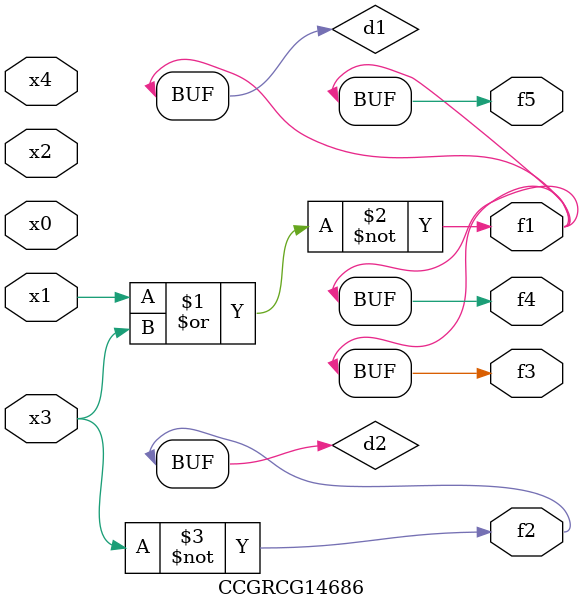
<source format=v>
module CCGRCG14686(
	input x0, x1, x2, x3, x4,
	output f1, f2, f3, f4, f5
);

	wire d1, d2;

	nor (d1, x1, x3);
	not (d2, x3);
	assign f1 = d1;
	assign f2 = d2;
	assign f3 = d1;
	assign f4 = d1;
	assign f5 = d1;
endmodule

</source>
